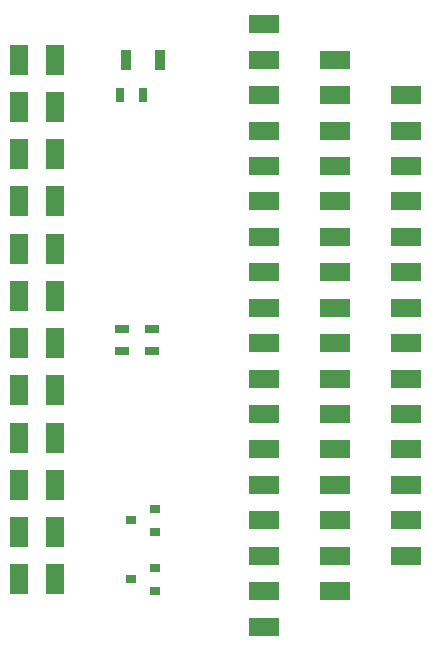
<source format=gtp>
G04 #@! TF.GenerationSoftware,KiCad,Pcbnew,(5.99.0-490-gc7ce93e10)*
G04 #@! TF.CreationDate,2019-12-10T12:05:06+01:00*
G04 #@! TF.ProjectId,LED_Panel_Hex,4c45445f-5061-46e6-956c-5f4865782e6b,rev?*
G04 #@! TF.SameCoordinates,Original*
G04 #@! TF.FileFunction,Paste,Top*
G04 #@! TF.FilePolarity,Positive*
%FSLAX46Y46*%
G04 Gerber Fmt 4.6, Leading zero omitted, Abs format (unit mm)*
G04 Created by KiCad (PCBNEW (5.99.0-490-gc7ce93e10)) date 2019-12-10 12:05:06*
%MOMM*%
%LPD*%
G04 APERTURE LIST*
%ADD10R,1.300000X0.700000*%
%ADD11R,0.700000X1.300000*%
%ADD12R,1.500000X2.600000*%
%ADD13R,2.600000X1.500000*%
%ADD14R,0.900000X0.800000*%
%ADD15R,0.900000X1.700000*%
G04 APERTURE END LIST*
D10*
X113250000Y-94200000D03*
X113250000Y-92300000D03*
X110750000Y-94200000D03*
X110750000Y-92300000D03*
D11*
X112450000Y-72500000D03*
X110550000Y-72500000D03*
D12*
X102000000Y-69500000D03*
X105000000Y-69500000D03*
X102000000Y-73500000D03*
X105000000Y-73500000D03*
D13*
X122750000Y-69500000D03*
X122750000Y-66500000D03*
X122750000Y-75500000D03*
X122750000Y-72500000D03*
X128750000Y-90500000D03*
X128750000Y-87500000D03*
X128750000Y-96500000D03*
X128750000Y-93500000D03*
D12*
X102000000Y-77500000D03*
X105000000Y-77500000D03*
X102000000Y-81500000D03*
X105000000Y-81500000D03*
D13*
X122750000Y-81500000D03*
X122750000Y-78500000D03*
X122750000Y-87500000D03*
X122750000Y-84500000D03*
X128750000Y-102500000D03*
X128750000Y-99500000D03*
X128750000Y-108500000D03*
X128750000Y-105500000D03*
D12*
X102000000Y-85500000D03*
X105000000Y-85500000D03*
X102000000Y-89500000D03*
X105000000Y-89500000D03*
D13*
X122750000Y-93500000D03*
X122750000Y-90500000D03*
X122750000Y-99500000D03*
X122750000Y-96500000D03*
X128750000Y-114500000D03*
X128750000Y-111500000D03*
X134750000Y-75500000D03*
X134750000Y-72500000D03*
D12*
X102000000Y-93500000D03*
X105000000Y-93500000D03*
X102000000Y-97500000D03*
X105000000Y-97500000D03*
D13*
X122750000Y-105500000D03*
X122750000Y-102500000D03*
X122750000Y-111500000D03*
X122750000Y-108500000D03*
X134750000Y-81500000D03*
X134750000Y-78500000D03*
X134750000Y-87500000D03*
X134750000Y-84500000D03*
D12*
X102000000Y-101500000D03*
X105000000Y-101500000D03*
X102000000Y-105500000D03*
X105000000Y-105500000D03*
D13*
X122750000Y-117500000D03*
X122750000Y-114500000D03*
X128750000Y-72500000D03*
X128750000Y-69500000D03*
X134750000Y-93500000D03*
X134750000Y-90500000D03*
X134750000Y-99500000D03*
X134750000Y-96500000D03*
D12*
X102000000Y-109500000D03*
X105000000Y-109500000D03*
X102000000Y-113500000D03*
X105000000Y-113500000D03*
D13*
X128750000Y-78500000D03*
X128750000Y-75500000D03*
X128750000Y-84500000D03*
X128750000Y-81500000D03*
X134750000Y-105500000D03*
X134750000Y-102500000D03*
X134750000Y-111500000D03*
X134750000Y-108500000D03*
D14*
X113500000Y-109450000D03*
X113500000Y-107550000D03*
X111500000Y-108500000D03*
X113500000Y-114450000D03*
X113500000Y-112550000D03*
X111500000Y-113500000D03*
D15*
X113950000Y-69500000D03*
X111050000Y-69500000D03*
M02*

</source>
